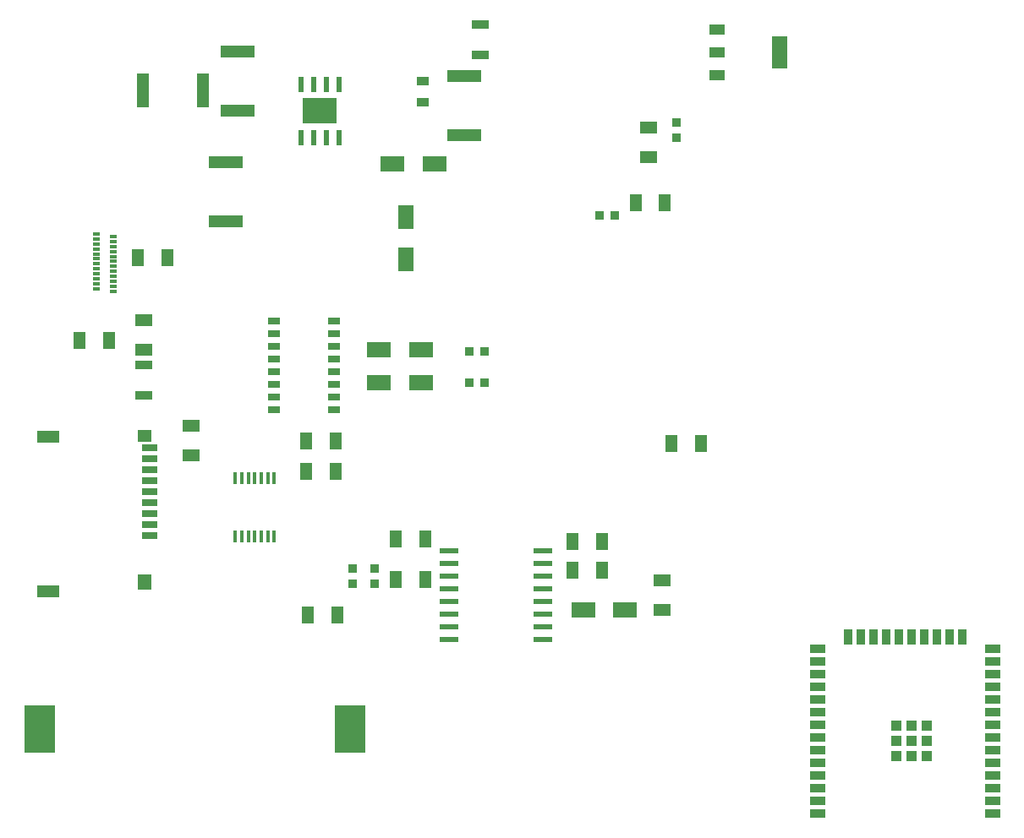
<source format=gbr>
G04 EAGLE Gerber RS-274X export*
G75*
%MOMM*%
%FSLAX34Y34*%
%LPD*%
%INSolderpaste Top*%
%IPPOS*%
%AMOC8*
5,1,8,0,0,1.08239X$1,22.5*%
G01*
G04 Define Apertures*
%ADD10R,3.150000X4.780000*%
%ADD11R,0.970200X0.920900*%
%ADD12R,2.392000X1.565300*%
%ADD13R,1.210300X0.875700*%
%ADD14R,0.610000X1.600000*%
%ADD15R,3.510000X2.620000*%
%ADD16R,0.360000X1.260000*%
%ADD17R,1.600000X0.700000*%
%ADD18R,1.400000X1.200000*%
%ADD19R,1.400000X1.600000*%
%ADD20R,2.200000X1.200000*%
%ADD21R,1.874000X0.532600*%
%ADD22R,1.500000X1.000000*%
%ADD23R,1.500000X3.300000*%
%ADD24R,1.500000X0.900000*%
%ADD25R,0.900000X1.500000*%
%ADD26R,1.050000X1.050000*%
%ADD27R,1.200000X0.800000*%
%ADD28R,0.700000X0.300000*%
%ADD29R,1.711800X0.961800*%
%ADD30R,0.920900X0.970200*%
%ADD31R,1.565300X2.392000*%
%ADD32R,1.815300X1.164600*%
%ADD33R,1.231200X3.370200*%
%ADD34R,3.370200X1.231200*%
%ADD35R,1.164600X1.815300*%
D10*
X249487Y577874D03*
X-60913Y577874D03*
D11*
X252000Y738946D03*
X252000Y723454D03*
X273700Y738946D03*
X273700Y723454D03*
D12*
X482721Y697100D03*
X524879Y697100D03*
D13*
X322000Y1206027D03*
X322000Y1227373D03*
D14*
X238260Y1224240D03*
X225560Y1224240D03*
X212860Y1224240D03*
X200160Y1224240D03*
X200160Y1170240D03*
X212860Y1170240D03*
X225560Y1170240D03*
X238260Y1170240D03*
D15*
X219210Y1197240D03*
D16*
X173500Y829300D03*
X167000Y829300D03*
X160500Y829300D03*
X154000Y829300D03*
X147500Y829300D03*
X141000Y829300D03*
X134500Y829300D03*
X134500Y771300D03*
X141000Y771300D03*
X147500Y771300D03*
X154000Y771300D03*
X160500Y771300D03*
X167000Y771300D03*
X173500Y771300D03*
D17*
X48500Y859400D03*
X48500Y848400D03*
X48500Y837400D03*
X48500Y826400D03*
X48500Y815400D03*
X48500Y804400D03*
X48500Y793400D03*
X48500Y782400D03*
X48500Y771400D03*
D18*
X43500Y871400D03*
D19*
X43500Y724900D03*
D20*
X-52500Y870900D03*
X-52500Y715900D03*
D21*
X348400Y756500D03*
X348400Y743800D03*
X348400Y731100D03*
X348400Y718400D03*
X348400Y705700D03*
X348400Y693000D03*
X348400Y680300D03*
X348400Y667600D03*
X442130Y667600D03*
X442130Y680300D03*
X442130Y693000D03*
X442130Y705700D03*
X442130Y718400D03*
X442130Y731100D03*
X442130Y743800D03*
X442130Y756500D03*
D22*
X616800Y1279100D03*
X616800Y1256100D03*
X616800Y1233100D03*
D23*
X679800Y1256100D03*
D24*
X892600Y493160D03*
X892600Y505860D03*
X892600Y518560D03*
X892600Y531260D03*
X892600Y543960D03*
X892600Y556660D03*
X892600Y569360D03*
X892600Y582060D03*
X892600Y594760D03*
X892600Y607460D03*
X892600Y620160D03*
X892600Y632860D03*
X892600Y645560D03*
X892600Y658260D03*
D25*
X862200Y670360D03*
X849500Y670360D03*
X836800Y670360D03*
X824100Y670360D03*
X811400Y670360D03*
X798700Y670360D03*
X786000Y670360D03*
X773300Y670360D03*
X760600Y670360D03*
X747900Y670360D03*
D24*
X717600Y658260D03*
X717600Y645560D03*
X717600Y632860D03*
X717600Y620160D03*
X717600Y607460D03*
X717600Y594760D03*
X717600Y582060D03*
X717600Y569360D03*
X717600Y556660D03*
X717600Y543960D03*
X717600Y531260D03*
X717600Y518560D03*
X717600Y505860D03*
X717600Y493160D03*
D26*
X811900Y581410D03*
X811900Y566160D03*
X811900Y550910D03*
X796650Y581410D03*
X796650Y566160D03*
X796650Y550910D03*
X827150Y581410D03*
X827150Y566160D03*
X827150Y550910D03*
D27*
X173300Y986600D03*
X173300Y973900D03*
X173300Y961200D03*
X173300Y948500D03*
X173300Y935800D03*
X173300Y923100D03*
X173300Y910400D03*
X173300Y897700D03*
X233300Y897700D03*
X233300Y910400D03*
X233300Y923100D03*
X233300Y935800D03*
X233300Y948500D03*
X233300Y961200D03*
X233300Y973900D03*
X233300Y986600D03*
D28*
X12096Y1071543D03*
X-4904Y1019043D03*
X-4904Y1024043D03*
X-4904Y1029043D03*
X-4904Y1034043D03*
X-4904Y1039043D03*
X-4904Y1044043D03*
X-4904Y1049043D03*
X-4904Y1054043D03*
X-4904Y1059043D03*
X-4904Y1064043D03*
X-4904Y1069043D03*
X-4904Y1074043D03*
X12096Y1066543D03*
X12096Y1061543D03*
X12096Y1056543D03*
X12096Y1051543D03*
X12096Y1046543D03*
X12096Y1041543D03*
X12096Y1036543D03*
X12096Y1031543D03*
X12096Y1026543D03*
X12096Y1021543D03*
X12096Y1016543D03*
D29*
X43200Y912150D03*
X43200Y942650D03*
D12*
X278521Y925100D03*
X320679Y925100D03*
X278521Y957600D03*
X320679Y957600D03*
X334179Y1144100D03*
X292021Y1144100D03*
D30*
X384246Y925000D03*
X368754Y925000D03*
X384246Y956700D03*
X368754Y956700D03*
D31*
X305100Y1090879D03*
X305100Y1048721D03*
D29*
X379500Y1284150D03*
X379500Y1253650D03*
D32*
X548700Y1180854D03*
X548700Y1151346D03*
D11*
X576200Y1185846D03*
X576200Y1170354D03*
D30*
X514346Y1093000D03*
X498854Y1093000D03*
D33*
X42305Y1218000D03*
X101695Y1218000D03*
D34*
X137000Y1256695D03*
X137000Y1197305D03*
X125000Y1145695D03*
X125000Y1086305D03*
X363427Y1173305D03*
X363427Y1232695D03*
D32*
X43000Y958246D03*
X43000Y987754D03*
D35*
X-21754Y967000D03*
X7754Y967000D03*
X66754Y1050000D03*
X37246Y1050000D03*
X600754Y864000D03*
X571246Y864000D03*
X564754Y1105000D03*
X535246Y1105000D03*
X234754Y836000D03*
X205246Y836000D03*
X234754Y866178D03*
X205246Y866178D03*
D32*
X90000Y881754D03*
X90000Y852246D03*
D35*
X207246Y692000D03*
X236754Y692000D03*
X295246Y768000D03*
X324754Y768000D03*
X295246Y728000D03*
X324754Y728000D03*
X472246Y766000D03*
X501754Y766000D03*
X472246Y737000D03*
X501754Y737000D03*
D32*
X562000Y726754D03*
X562000Y697246D03*
M02*

</source>
